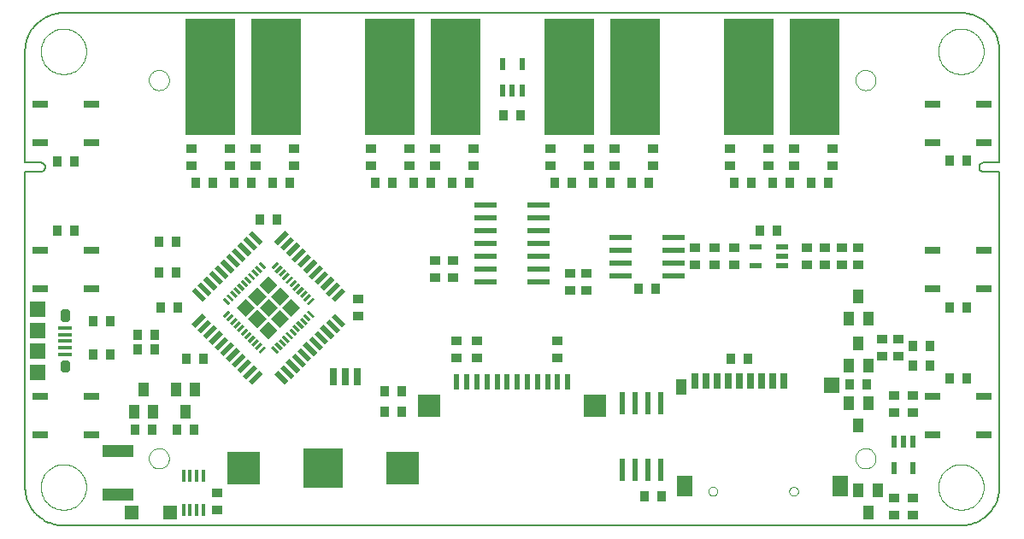
<source format=gtp>
G75*
%MOIN*%
%OFA0B0*%
%FSLAX24Y24*%
%IPPOS*%
%LPD*%
%AMOC8*
5,1,8,0,0,1.08239X$1,22.5*
%
%ADD10C,0.0050*%
%ADD11C,0.0000*%
%ADD12R,0.0276X0.0669*%
%ADD13R,0.0472X0.0217*%
%ADD14R,0.0400X0.0370*%
%ADD15R,0.0217X0.0472*%
%ADD16R,0.0370X0.0400*%
%ADD17R,0.0870X0.0240*%
%ADD18R,0.1969X0.4567*%
%ADD19R,0.0600X0.0300*%
%ADD20R,0.0551X0.0551*%
%ADD21R,0.0531X0.0157*%
%ADD22C,0.0281*%
%ADD23R,0.0610X0.0648*%
%ADD24R,0.0610X0.0591*%
%ADD25R,0.1560X0.1560*%
%ADD26R,0.1250X0.1250*%
%ADD27R,0.0236X0.0866*%
%ADD28R,0.0315X0.0118*%
%ADD29R,0.0500X0.0500*%
%ADD30R,0.0300X0.0600*%
%ADD31R,0.0400X0.0600*%
%ADD32R,0.0600X0.0800*%
%ADD33R,0.0600X0.0600*%
%ADD34R,0.0394X0.0551*%
%ADD35R,0.0197X0.0591*%
%ADD36R,0.0866X0.0866*%
%ADD37R,0.0591X0.0197*%
%ADD38R,0.0138X0.0472*%
%ADD39R,0.1200X0.0500*%
D10*
X017760Y016393D02*
X052760Y016393D01*
X052836Y016395D01*
X052912Y016401D01*
X052987Y016410D01*
X053062Y016424D01*
X053136Y016441D01*
X053209Y016462D01*
X053281Y016486D01*
X053352Y016515D01*
X053421Y016546D01*
X053488Y016581D01*
X053553Y016620D01*
X053617Y016662D01*
X053678Y016707D01*
X053737Y016755D01*
X053793Y016806D01*
X053847Y016860D01*
X053898Y016916D01*
X053946Y016975D01*
X053991Y017036D01*
X054033Y017100D01*
X054072Y017165D01*
X054107Y017232D01*
X054138Y017301D01*
X054167Y017372D01*
X054191Y017444D01*
X054212Y017517D01*
X054229Y017591D01*
X054243Y017666D01*
X054252Y017741D01*
X054258Y017817D01*
X054260Y017893D01*
X054260Y030200D01*
X053649Y030200D01*
X053649Y030201D02*
X053624Y030203D01*
X053599Y030208D01*
X053575Y030217D01*
X053553Y030229D01*
X053533Y030244D01*
X053515Y030262D01*
X053500Y030282D01*
X053488Y030304D01*
X053479Y030328D01*
X053474Y030353D01*
X053472Y030378D01*
X053474Y030403D01*
X053479Y030428D01*
X053488Y030452D01*
X053500Y030474D01*
X053515Y030494D01*
X053533Y030512D01*
X053553Y030527D01*
X053575Y030539D01*
X053599Y030548D01*
X053624Y030553D01*
X053649Y030555D01*
X054260Y030555D01*
X054260Y034893D01*
X054258Y034969D01*
X054252Y035045D01*
X054243Y035120D01*
X054229Y035195D01*
X054212Y035269D01*
X054191Y035342D01*
X054167Y035414D01*
X054138Y035485D01*
X054107Y035554D01*
X054072Y035621D01*
X054033Y035686D01*
X053991Y035750D01*
X053946Y035811D01*
X053898Y035870D01*
X053847Y035926D01*
X053793Y035980D01*
X053737Y036031D01*
X053678Y036079D01*
X053617Y036124D01*
X053553Y036166D01*
X053488Y036205D01*
X053421Y036240D01*
X053352Y036271D01*
X053281Y036300D01*
X053209Y036324D01*
X053136Y036345D01*
X053062Y036362D01*
X052987Y036376D01*
X052912Y036385D01*
X052836Y036391D01*
X052760Y036393D01*
X017760Y036393D01*
X017684Y036391D01*
X017608Y036385D01*
X017533Y036376D01*
X017458Y036362D01*
X017384Y036345D01*
X017311Y036324D01*
X017239Y036300D01*
X017168Y036271D01*
X017099Y036240D01*
X017032Y036205D01*
X016967Y036166D01*
X016903Y036124D01*
X016842Y036079D01*
X016783Y036031D01*
X016727Y035980D01*
X016673Y035926D01*
X016622Y035870D01*
X016574Y035811D01*
X016529Y035750D01*
X016487Y035686D01*
X016448Y035621D01*
X016413Y035554D01*
X016382Y035485D01*
X016353Y035414D01*
X016329Y035342D01*
X016308Y035269D01*
X016291Y035195D01*
X016277Y035120D01*
X016268Y035045D01*
X016262Y034969D01*
X016260Y034893D01*
X016260Y030555D01*
X016870Y030555D01*
X016895Y030553D01*
X016920Y030548D01*
X016944Y030539D01*
X016966Y030527D01*
X016986Y030512D01*
X017004Y030494D01*
X017019Y030474D01*
X017031Y030452D01*
X017040Y030428D01*
X017045Y030403D01*
X017047Y030378D01*
X017045Y030353D01*
X017040Y030328D01*
X017031Y030304D01*
X017019Y030282D01*
X017004Y030262D01*
X016986Y030244D01*
X016966Y030229D01*
X016944Y030217D01*
X016920Y030208D01*
X016895Y030203D01*
X016870Y030201D01*
X016870Y030200D02*
X016260Y030200D01*
X016260Y017893D01*
X016262Y017817D01*
X016268Y017741D01*
X016277Y017666D01*
X016291Y017591D01*
X016308Y017517D01*
X016329Y017444D01*
X016353Y017372D01*
X016382Y017301D01*
X016413Y017232D01*
X016448Y017165D01*
X016487Y017100D01*
X016529Y017036D01*
X016574Y016975D01*
X016622Y016916D01*
X016673Y016860D01*
X016727Y016806D01*
X016783Y016755D01*
X016842Y016707D01*
X016903Y016662D01*
X016967Y016620D01*
X017032Y016581D01*
X017099Y016546D01*
X017168Y016515D01*
X017239Y016486D01*
X017311Y016462D01*
X017384Y016441D01*
X017458Y016424D01*
X017533Y016410D01*
X017608Y016401D01*
X017684Y016395D01*
X017760Y016393D01*
D11*
X016874Y017893D02*
X016876Y017952D01*
X016882Y018011D01*
X016892Y018069D01*
X016905Y018127D01*
X016923Y018184D01*
X016944Y018239D01*
X016969Y018293D01*
X016998Y018345D01*
X017030Y018394D01*
X017065Y018442D01*
X017103Y018487D01*
X017144Y018530D01*
X017188Y018570D01*
X017234Y018606D01*
X017283Y018640D01*
X017334Y018670D01*
X017387Y018697D01*
X017442Y018720D01*
X017497Y018739D01*
X017555Y018755D01*
X017613Y018767D01*
X017671Y018775D01*
X017730Y018779D01*
X017790Y018779D01*
X017849Y018775D01*
X017907Y018767D01*
X017965Y018755D01*
X018023Y018739D01*
X018078Y018720D01*
X018133Y018697D01*
X018186Y018670D01*
X018237Y018640D01*
X018286Y018606D01*
X018332Y018570D01*
X018376Y018530D01*
X018417Y018487D01*
X018455Y018442D01*
X018490Y018394D01*
X018522Y018345D01*
X018551Y018293D01*
X018576Y018239D01*
X018597Y018184D01*
X018615Y018127D01*
X018628Y018069D01*
X018638Y018011D01*
X018644Y017952D01*
X018646Y017893D01*
X018644Y017834D01*
X018638Y017775D01*
X018628Y017717D01*
X018615Y017659D01*
X018597Y017602D01*
X018576Y017547D01*
X018551Y017493D01*
X018522Y017441D01*
X018490Y017392D01*
X018455Y017344D01*
X018417Y017299D01*
X018376Y017256D01*
X018332Y017216D01*
X018286Y017180D01*
X018237Y017146D01*
X018186Y017116D01*
X018133Y017089D01*
X018078Y017066D01*
X018023Y017047D01*
X017965Y017031D01*
X017907Y017019D01*
X017849Y017011D01*
X017790Y017007D01*
X017730Y017007D01*
X017671Y017011D01*
X017613Y017019D01*
X017555Y017031D01*
X017497Y017047D01*
X017442Y017066D01*
X017387Y017089D01*
X017334Y017116D01*
X017283Y017146D01*
X017234Y017180D01*
X017188Y017216D01*
X017144Y017256D01*
X017103Y017299D01*
X017065Y017344D01*
X017030Y017392D01*
X016998Y017441D01*
X016969Y017493D01*
X016944Y017547D01*
X016923Y017602D01*
X016905Y017659D01*
X016892Y017717D01*
X016882Y017775D01*
X016876Y017834D01*
X016874Y017893D01*
X021086Y019011D02*
X021088Y019050D01*
X021094Y019089D01*
X021104Y019127D01*
X021117Y019164D01*
X021134Y019199D01*
X021154Y019233D01*
X021178Y019264D01*
X021205Y019293D01*
X021234Y019319D01*
X021266Y019342D01*
X021300Y019362D01*
X021336Y019378D01*
X021373Y019390D01*
X021412Y019399D01*
X021451Y019404D01*
X021490Y019405D01*
X021529Y019402D01*
X021568Y019395D01*
X021605Y019384D01*
X021642Y019370D01*
X021677Y019352D01*
X021710Y019331D01*
X021741Y019306D01*
X021769Y019279D01*
X021794Y019249D01*
X021816Y019216D01*
X021835Y019182D01*
X021850Y019146D01*
X021862Y019108D01*
X021870Y019070D01*
X021874Y019031D01*
X021874Y018991D01*
X021870Y018952D01*
X021862Y018914D01*
X021850Y018876D01*
X021835Y018840D01*
X021816Y018806D01*
X021794Y018773D01*
X021769Y018743D01*
X021741Y018716D01*
X021710Y018691D01*
X021677Y018670D01*
X021642Y018652D01*
X021605Y018638D01*
X021568Y018627D01*
X021529Y018620D01*
X021490Y018617D01*
X021451Y018618D01*
X021412Y018623D01*
X021373Y018632D01*
X021336Y018644D01*
X021300Y018660D01*
X021266Y018680D01*
X021234Y018703D01*
X021205Y018729D01*
X021178Y018758D01*
X021154Y018789D01*
X021134Y018823D01*
X021117Y018858D01*
X021104Y018895D01*
X021094Y018933D01*
X021088Y018972D01*
X021086Y019011D01*
X021086Y033775D02*
X021088Y033814D01*
X021094Y033853D01*
X021104Y033891D01*
X021117Y033928D01*
X021134Y033963D01*
X021154Y033997D01*
X021178Y034028D01*
X021205Y034057D01*
X021234Y034083D01*
X021266Y034106D01*
X021300Y034126D01*
X021336Y034142D01*
X021373Y034154D01*
X021412Y034163D01*
X021451Y034168D01*
X021490Y034169D01*
X021529Y034166D01*
X021568Y034159D01*
X021605Y034148D01*
X021642Y034134D01*
X021677Y034116D01*
X021710Y034095D01*
X021741Y034070D01*
X021769Y034043D01*
X021794Y034013D01*
X021816Y033980D01*
X021835Y033946D01*
X021850Y033910D01*
X021862Y033872D01*
X021870Y033834D01*
X021874Y033795D01*
X021874Y033755D01*
X021870Y033716D01*
X021862Y033678D01*
X021850Y033640D01*
X021835Y033604D01*
X021816Y033570D01*
X021794Y033537D01*
X021769Y033507D01*
X021741Y033480D01*
X021710Y033455D01*
X021677Y033434D01*
X021642Y033416D01*
X021605Y033402D01*
X021568Y033391D01*
X021529Y033384D01*
X021490Y033381D01*
X021451Y033382D01*
X021412Y033387D01*
X021373Y033396D01*
X021336Y033408D01*
X021300Y033424D01*
X021266Y033444D01*
X021234Y033467D01*
X021205Y033493D01*
X021178Y033522D01*
X021154Y033553D01*
X021134Y033587D01*
X021117Y033622D01*
X021104Y033659D01*
X021094Y033697D01*
X021088Y033736D01*
X021086Y033775D01*
X016874Y034893D02*
X016876Y034952D01*
X016882Y035011D01*
X016892Y035069D01*
X016905Y035127D01*
X016923Y035184D01*
X016944Y035239D01*
X016969Y035293D01*
X016998Y035345D01*
X017030Y035394D01*
X017065Y035442D01*
X017103Y035487D01*
X017144Y035530D01*
X017188Y035570D01*
X017234Y035606D01*
X017283Y035640D01*
X017334Y035670D01*
X017387Y035697D01*
X017442Y035720D01*
X017497Y035739D01*
X017555Y035755D01*
X017613Y035767D01*
X017671Y035775D01*
X017730Y035779D01*
X017790Y035779D01*
X017849Y035775D01*
X017907Y035767D01*
X017965Y035755D01*
X018023Y035739D01*
X018078Y035720D01*
X018133Y035697D01*
X018186Y035670D01*
X018237Y035640D01*
X018286Y035606D01*
X018332Y035570D01*
X018376Y035530D01*
X018417Y035487D01*
X018455Y035442D01*
X018490Y035394D01*
X018522Y035345D01*
X018551Y035293D01*
X018576Y035239D01*
X018597Y035184D01*
X018615Y035127D01*
X018628Y035069D01*
X018638Y035011D01*
X018644Y034952D01*
X018646Y034893D01*
X018644Y034834D01*
X018638Y034775D01*
X018628Y034717D01*
X018615Y034659D01*
X018597Y034602D01*
X018576Y034547D01*
X018551Y034493D01*
X018522Y034441D01*
X018490Y034392D01*
X018455Y034344D01*
X018417Y034299D01*
X018376Y034256D01*
X018332Y034216D01*
X018286Y034180D01*
X018237Y034146D01*
X018186Y034116D01*
X018133Y034089D01*
X018078Y034066D01*
X018023Y034047D01*
X017965Y034031D01*
X017907Y034019D01*
X017849Y034011D01*
X017790Y034007D01*
X017730Y034007D01*
X017671Y034011D01*
X017613Y034019D01*
X017555Y034031D01*
X017497Y034047D01*
X017442Y034066D01*
X017387Y034089D01*
X017334Y034116D01*
X017283Y034146D01*
X017234Y034180D01*
X017188Y034216D01*
X017144Y034256D01*
X017103Y034299D01*
X017065Y034344D01*
X017030Y034392D01*
X016998Y034441D01*
X016969Y034493D01*
X016944Y034547D01*
X016923Y034602D01*
X016905Y034659D01*
X016892Y034717D01*
X016882Y034775D01*
X016876Y034834D01*
X016874Y034893D01*
X042911Y017729D02*
X042913Y017755D01*
X042919Y017781D01*
X042928Y017805D01*
X042941Y017828D01*
X042958Y017848D01*
X042977Y017866D01*
X042999Y017881D01*
X043022Y017892D01*
X043047Y017900D01*
X043073Y017904D01*
X043099Y017904D01*
X043125Y017900D01*
X043150Y017892D01*
X043174Y017881D01*
X043195Y017866D01*
X043214Y017848D01*
X043231Y017828D01*
X043244Y017805D01*
X043253Y017781D01*
X043259Y017755D01*
X043261Y017729D01*
X043259Y017703D01*
X043253Y017677D01*
X043244Y017653D01*
X043231Y017630D01*
X043214Y017610D01*
X043195Y017592D01*
X043173Y017577D01*
X043150Y017566D01*
X043125Y017558D01*
X043099Y017554D01*
X043073Y017554D01*
X043047Y017558D01*
X043022Y017566D01*
X042998Y017577D01*
X042977Y017592D01*
X042958Y017610D01*
X042941Y017630D01*
X042928Y017653D01*
X042919Y017677D01*
X042913Y017703D01*
X042911Y017729D01*
X046060Y017729D02*
X046062Y017755D01*
X046068Y017781D01*
X046077Y017805D01*
X046090Y017828D01*
X046107Y017848D01*
X046126Y017866D01*
X046148Y017881D01*
X046171Y017892D01*
X046196Y017900D01*
X046222Y017904D01*
X046248Y017904D01*
X046274Y017900D01*
X046299Y017892D01*
X046323Y017881D01*
X046344Y017866D01*
X046363Y017848D01*
X046380Y017828D01*
X046393Y017805D01*
X046402Y017781D01*
X046408Y017755D01*
X046410Y017729D01*
X046408Y017703D01*
X046402Y017677D01*
X046393Y017653D01*
X046380Y017630D01*
X046363Y017610D01*
X046344Y017592D01*
X046322Y017577D01*
X046299Y017566D01*
X046274Y017558D01*
X046248Y017554D01*
X046222Y017554D01*
X046196Y017558D01*
X046171Y017566D01*
X046147Y017577D01*
X046126Y017592D01*
X046107Y017610D01*
X046090Y017630D01*
X046077Y017653D01*
X046068Y017677D01*
X046062Y017703D01*
X046060Y017729D01*
X048645Y019011D02*
X048647Y019050D01*
X048653Y019089D01*
X048663Y019127D01*
X048676Y019164D01*
X048693Y019199D01*
X048713Y019233D01*
X048737Y019264D01*
X048764Y019293D01*
X048793Y019319D01*
X048825Y019342D01*
X048859Y019362D01*
X048895Y019378D01*
X048932Y019390D01*
X048971Y019399D01*
X049010Y019404D01*
X049049Y019405D01*
X049088Y019402D01*
X049127Y019395D01*
X049164Y019384D01*
X049201Y019370D01*
X049236Y019352D01*
X049269Y019331D01*
X049300Y019306D01*
X049328Y019279D01*
X049353Y019249D01*
X049375Y019216D01*
X049394Y019182D01*
X049409Y019146D01*
X049421Y019108D01*
X049429Y019070D01*
X049433Y019031D01*
X049433Y018991D01*
X049429Y018952D01*
X049421Y018914D01*
X049409Y018876D01*
X049394Y018840D01*
X049375Y018806D01*
X049353Y018773D01*
X049328Y018743D01*
X049300Y018716D01*
X049269Y018691D01*
X049236Y018670D01*
X049201Y018652D01*
X049164Y018638D01*
X049127Y018627D01*
X049088Y018620D01*
X049049Y018617D01*
X049010Y018618D01*
X048971Y018623D01*
X048932Y018632D01*
X048895Y018644D01*
X048859Y018660D01*
X048825Y018680D01*
X048793Y018703D01*
X048764Y018729D01*
X048737Y018758D01*
X048713Y018789D01*
X048693Y018823D01*
X048676Y018858D01*
X048663Y018895D01*
X048653Y018933D01*
X048647Y018972D01*
X048645Y019011D01*
X051874Y017893D02*
X051876Y017952D01*
X051882Y018011D01*
X051892Y018069D01*
X051905Y018127D01*
X051923Y018184D01*
X051944Y018239D01*
X051969Y018293D01*
X051998Y018345D01*
X052030Y018394D01*
X052065Y018442D01*
X052103Y018487D01*
X052144Y018530D01*
X052188Y018570D01*
X052234Y018606D01*
X052283Y018640D01*
X052334Y018670D01*
X052387Y018697D01*
X052442Y018720D01*
X052497Y018739D01*
X052555Y018755D01*
X052613Y018767D01*
X052671Y018775D01*
X052730Y018779D01*
X052790Y018779D01*
X052849Y018775D01*
X052907Y018767D01*
X052965Y018755D01*
X053023Y018739D01*
X053078Y018720D01*
X053133Y018697D01*
X053186Y018670D01*
X053237Y018640D01*
X053286Y018606D01*
X053332Y018570D01*
X053376Y018530D01*
X053417Y018487D01*
X053455Y018442D01*
X053490Y018394D01*
X053522Y018345D01*
X053551Y018293D01*
X053576Y018239D01*
X053597Y018184D01*
X053615Y018127D01*
X053628Y018069D01*
X053638Y018011D01*
X053644Y017952D01*
X053646Y017893D01*
X053644Y017834D01*
X053638Y017775D01*
X053628Y017717D01*
X053615Y017659D01*
X053597Y017602D01*
X053576Y017547D01*
X053551Y017493D01*
X053522Y017441D01*
X053490Y017392D01*
X053455Y017344D01*
X053417Y017299D01*
X053376Y017256D01*
X053332Y017216D01*
X053286Y017180D01*
X053237Y017146D01*
X053186Y017116D01*
X053133Y017089D01*
X053078Y017066D01*
X053023Y017047D01*
X052965Y017031D01*
X052907Y017019D01*
X052849Y017011D01*
X052790Y017007D01*
X052730Y017007D01*
X052671Y017011D01*
X052613Y017019D01*
X052555Y017031D01*
X052497Y017047D01*
X052442Y017066D01*
X052387Y017089D01*
X052334Y017116D01*
X052283Y017146D01*
X052234Y017180D01*
X052188Y017216D01*
X052144Y017256D01*
X052103Y017299D01*
X052065Y017344D01*
X052030Y017392D01*
X051998Y017441D01*
X051969Y017493D01*
X051944Y017547D01*
X051923Y017602D01*
X051905Y017659D01*
X051892Y017717D01*
X051882Y017775D01*
X051876Y017834D01*
X051874Y017893D01*
X048645Y033775D02*
X048647Y033814D01*
X048653Y033853D01*
X048663Y033891D01*
X048676Y033928D01*
X048693Y033963D01*
X048713Y033997D01*
X048737Y034028D01*
X048764Y034057D01*
X048793Y034083D01*
X048825Y034106D01*
X048859Y034126D01*
X048895Y034142D01*
X048932Y034154D01*
X048971Y034163D01*
X049010Y034168D01*
X049049Y034169D01*
X049088Y034166D01*
X049127Y034159D01*
X049164Y034148D01*
X049201Y034134D01*
X049236Y034116D01*
X049269Y034095D01*
X049300Y034070D01*
X049328Y034043D01*
X049353Y034013D01*
X049375Y033980D01*
X049394Y033946D01*
X049409Y033910D01*
X049421Y033872D01*
X049429Y033834D01*
X049433Y033795D01*
X049433Y033755D01*
X049429Y033716D01*
X049421Y033678D01*
X049409Y033640D01*
X049394Y033604D01*
X049375Y033570D01*
X049353Y033537D01*
X049328Y033507D01*
X049300Y033480D01*
X049269Y033455D01*
X049236Y033434D01*
X049201Y033416D01*
X049164Y033402D01*
X049127Y033391D01*
X049088Y033384D01*
X049049Y033381D01*
X049010Y033382D01*
X048971Y033387D01*
X048932Y033396D01*
X048895Y033408D01*
X048859Y033424D01*
X048825Y033444D01*
X048793Y033467D01*
X048764Y033493D01*
X048737Y033522D01*
X048713Y033553D01*
X048693Y033587D01*
X048676Y033622D01*
X048663Y033659D01*
X048653Y033697D01*
X048647Y033736D01*
X048645Y033775D01*
X051874Y034893D02*
X051876Y034952D01*
X051882Y035011D01*
X051892Y035069D01*
X051905Y035127D01*
X051923Y035184D01*
X051944Y035239D01*
X051969Y035293D01*
X051998Y035345D01*
X052030Y035394D01*
X052065Y035442D01*
X052103Y035487D01*
X052144Y035530D01*
X052188Y035570D01*
X052234Y035606D01*
X052283Y035640D01*
X052334Y035670D01*
X052387Y035697D01*
X052442Y035720D01*
X052497Y035739D01*
X052555Y035755D01*
X052613Y035767D01*
X052671Y035775D01*
X052730Y035779D01*
X052790Y035779D01*
X052849Y035775D01*
X052907Y035767D01*
X052965Y035755D01*
X053023Y035739D01*
X053078Y035720D01*
X053133Y035697D01*
X053186Y035670D01*
X053237Y035640D01*
X053286Y035606D01*
X053332Y035570D01*
X053376Y035530D01*
X053417Y035487D01*
X053455Y035442D01*
X053490Y035394D01*
X053522Y035345D01*
X053551Y035293D01*
X053576Y035239D01*
X053597Y035184D01*
X053615Y035127D01*
X053628Y035069D01*
X053638Y035011D01*
X053644Y034952D01*
X053646Y034893D01*
X053644Y034834D01*
X053638Y034775D01*
X053628Y034717D01*
X053615Y034659D01*
X053597Y034602D01*
X053576Y034547D01*
X053551Y034493D01*
X053522Y034441D01*
X053490Y034392D01*
X053455Y034344D01*
X053417Y034299D01*
X053376Y034256D01*
X053332Y034216D01*
X053286Y034180D01*
X053237Y034146D01*
X053186Y034116D01*
X053133Y034089D01*
X053078Y034066D01*
X053023Y034047D01*
X052965Y034031D01*
X052907Y034019D01*
X052849Y034011D01*
X052790Y034007D01*
X052730Y034007D01*
X052671Y034011D01*
X052613Y034019D01*
X052555Y034031D01*
X052497Y034047D01*
X052442Y034066D01*
X052387Y034089D01*
X052334Y034116D01*
X052283Y034146D01*
X052234Y034180D01*
X052188Y034216D01*
X052144Y034256D01*
X052103Y034299D01*
X052065Y034344D01*
X052030Y034392D01*
X051998Y034441D01*
X051969Y034493D01*
X051944Y034547D01*
X051923Y034602D01*
X051905Y034659D01*
X051892Y034717D01*
X051882Y034775D01*
X051876Y034834D01*
X051874Y034893D01*
D12*
X029232Y022206D03*
X028760Y022206D03*
X028287Y022206D03*
D13*
X044748Y026519D03*
X044748Y027267D03*
X045771Y027267D03*
X045771Y026893D03*
X045771Y026519D03*
D14*
X046760Y026559D03*
X047447Y026559D03*
X048103Y026559D03*
X048760Y026559D03*
X048760Y027228D03*
X048103Y027228D03*
X047447Y027228D03*
X046760Y027228D03*
X043916Y027228D03*
X043166Y027228D03*
X043166Y026559D03*
X043916Y026559D03*
X042385Y026559D03*
X042385Y027228D03*
X043760Y030434D03*
X043760Y031103D03*
X045260Y031103D03*
X045260Y030434D03*
X046260Y030434D03*
X046260Y031103D03*
X047760Y031103D03*
X047760Y030434D03*
X040760Y030434D03*
X040760Y031103D03*
X039260Y031103D03*
X038260Y031103D03*
X038260Y030434D03*
X039260Y030434D03*
X036760Y030434D03*
X036760Y031103D03*
X033760Y031103D03*
X033760Y030434D03*
X032260Y030434D03*
X032260Y031103D03*
X031260Y031103D03*
X031260Y030434D03*
X029760Y030434D03*
X029760Y031103D03*
X026760Y031103D03*
X026760Y030434D03*
X025260Y030434D03*
X024260Y030434D03*
X024260Y031103D03*
X025260Y031103D03*
X022760Y031103D03*
X022760Y030434D03*
X029260Y025228D03*
X029260Y024559D03*
X032260Y026059D03*
X032960Y026059D03*
X032960Y026728D03*
X032260Y026728D03*
X033094Y023603D03*
X033882Y023603D03*
X033882Y022934D03*
X033094Y022934D03*
X037031Y022934D03*
X037031Y023603D03*
X037510Y025559D03*
X038135Y025559D03*
X038135Y026228D03*
X037510Y026228D03*
X049697Y023665D03*
X050322Y023665D03*
X050322Y022996D03*
X049697Y022996D03*
X050135Y021478D03*
X050884Y021478D03*
X050884Y020809D03*
X050135Y020809D03*
X050135Y017478D03*
X050885Y017478D03*
X050885Y016809D03*
X050135Y016809D03*
X023760Y017007D03*
X023760Y017677D03*
D15*
X034885Y033381D03*
X035260Y033381D03*
X035634Y033381D03*
X035634Y034405D03*
X034885Y034405D03*
X050135Y019655D03*
X050510Y019655D03*
X050884Y019655D03*
X050884Y018631D03*
X050135Y018631D03*
D16*
X049094Y021893D03*
X048425Y021893D03*
X050884Y022643D03*
X051553Y022643D03*
X052325Y022143D03*
X052994Y022143D03*
X051553Y023393D03*
X050884Y023393D03*
X052325Y024893D03*
X052994Y024893D03*
X047594Y029768D03*
X046925Y029768D03*
X046094Y029768D03*
X045425Y029768D03*
X044594Y029768D03*
X043925Y029768D03*
X044925Y027893D03*
X045594Y027893D03*
X040844Y025643D03*
X040175Y025643D03*
X043775Y022893D03*
X044444Y022893D03*
X041094Y017543D03*
X040425Y017543D03*
X030957Y020831D03*
X030287Y020831D03*
X030287Y021643D03*
X030957Y021643D03*
X023219Y022893D03*
X022550Y022893D03*
X021313Y023275D03*
X021313Y023849D03*
X020644Y023849D03*
X020644Y023275D03*
X019594Y023081D03*
X018925Y023081D03*
X018925Y024361D03*
X019594Y024361D03*
X021550Y024893D03*
X022219Y024893D03*
X022157Y026268D03*
X021487Y026268D03*
X021487Y027456D03*
X022157Y027456D03*
X022925Y029768D03*
X023594Y029768D03*
X024425Y029768D03*
X025094Y029768D03*
X025925Y029768D03*
X026594Y029768D03*
X026094Y028331D03*
X025425Y028331D03*
X029925Y029768D03*
X030594Y029768D03*
X031425Y029768D03*
X032094Y029768D03*
X032925Y029768D03*
X033594Y029768D03*
X036925Y029768D03*
X037594Y029768D03*
X038425Y029768D03*
X039094Y029768D03*
X039925Y029768D03*
X040594Y029768D03*
X035594Y032393D03*
X034925Y032393D03*
X018194Y030593D03*
X017525Y030593D03*
X017525Y027893D03*
X018194Y027893D03*
X020550Y020143D03*
X021219Y020143D03*
X022175Y020143D03*
X022844Y020143D03*
X052325Y030643D03*
X052994Y030643D03*
D17*
X041540Y027643D03*
X041540Y027143D03*
X041540Y026643D03*
X041540Y026143D03*
X039480Y026143D03*
X039480Y026643D03*
X039480Y027143D03*
X039480Y027643D03*
X036290Y027393D03*
X036290Y026893D03*
X036290Y026393D03*
X036290Y025893D03*
X034230Y025893D03*
X034230Y026393D03*
X034230Y026893D03*
X034230Y027393D03*
X034230Y027893D03*
X034230Y028393D03*
X034230Y028893D03*
X036290Y028893D03*
X036290Y028393D03*
X036290Y027893D03*
D18*
X037480Y033893D03*
X040039Y033893D03*
X044480Y033893D03*
X047039Y033893D03*
X033039Y033893D03*
X030480Y033893D03*
X026039Y033893D03*
X023480Y033893D03*
D19*
X018860Y032843D03*
X016860Y032843D03*
X016860Y031343D03*
X018860Y031343D03*
X018860Y027143D03*
X016860Y027143D03*
X016860Y025643D03*
X018860Y025643D03*
X018860Y021443D03*
X016860Y021443D03*
X016860Y019943D03*
X018860Y019943D03*
X051660Y019943D03*
X051660Y021443D03*
X053660Y021443D03*
X053660Y019943D03*
X053660Y025643D03*
X053660Y027143D03*
X051660Y027143D03*
X051660Y025643D03*
X051660Y031343D03*
X051660Y032843D03*
X053660Y032843D03*
X053660Y031343D03*
D20*
X021914Y016893D03*
X020418Y016893D03*
D21*
X017823Y023081D03*
X017823Y023337D03*
X017823Y023593D03*
X017823Y023849D03*
X017823Y024105D03*
D22*
X017776Y024472D02*
X017776Y024684D01*
X017870Y024684D01*
X017870Y024472D01*
X017776Y024472D01*
X017776Y022715D02*
X017776Y022503D01*
X017776Y022715D02*
X017870Y022715D01*
X017870Y022503D01*
X017776Y022503D01*
D23*
X016760Y022364D03*
X016760Y024823D03*
D24*
X016760Y023987D03*
X016760Y023200D03*
D25*
X027885Y018643D03*
D26*
X030985Y018643D03*
X024785Y018643D03*
D27*
X039535Y018557D03*
X040035Y018557D03*
X040535Y018557D03*
X041035Y018557D03*
X041035Y021179D03*
X040535Y021179D03*
X040035Y021179D03*
X039535Y021179D03*
D28*
G36*
X027333Y024795D02*
X027554Y024574D01*
X027471Y024491D01*
X027250Y024712D01*
X027333Y024795D01*
G37*
G36*
X027194Y024656D02*
X027415Y024435D01*
X027332Y024352D01*
X027111Y024573D01*
X027194Y024656D01*
G37*
G36*
X027055Y024516D02*
X027276Y024295D01*
X027193Y024212D01*
X026972Y024433D01*
X027055Y024516D01*
G37*
G36*
X026915Y024377D02*
X027136Y024156D01*
X027053Y024073D01*
X026832Y024294D01*
X026915Y024377D01*
G37*
G36*
X026776Y024238D02*
X026997Y024017D01*
X026914Y023934D01*
X026693Y024155D01*
X026776Y024238D01*
G37*
G36*
X026775Y023795D02*
X026554Y024016D01*
X026637Y024099D01*
X026858Y023878D01*
X026775Y023795D01*
G37*
G36*
X026636Y023656D02*
X026415Y023877D01*
X026498Y023960D01*
X026719Y023739D01*
X026636Y023656D01*
G37*
G36*
X026497Y023516D02*
X026276Y023737D01*
X026359Y023820D01*
X026580Y023599D01*
X026497Y023516D01*
G37*
G36*
X026357Y023377D02*
X026136Y023598D01*
X026219Y023681D01*
X026440Y023460D01*
X026357Y023377D01*
G37*
G36*
X026218Y023238D02*
X025997Y023459D01*
X026080Y023542D01*
X026301Y023321D01*
X026218Y023238D01*
G37*
G36*
X026079Y023099D02*
X025858Y023320D01*
X025941Y023403D01*
X026162Y023182D01*
X026079Y023099D01*
G37*
G36*
X025661Y023320D02*
X025440Y023099D01*
X025357Y023182D01*
X025578Y023403D01*
X025661Y023320D01*
G37*
G36*
X025522Y023459D02*
X025301Y023238D01*
X025218Y023321D01*
X025439Y023542D01*
X025522Y023459D01*
G37*
G36*
X025383Y023598D02*
X025162Y023377D01*
X025079Y023460D01*
X025300Y023681D01*
X025383Y023598D01*
G37*
G36*
X025243Y023737D02*
X025022Y023516D01*
X024939Y023599D01*
X025160Y023820D01*
X025243Y023737D01*
G37*
G36*
X025104Y023877D02*
X024883Y023656D01*
X024800Y023739D01*
X025021Y023960D01*
X025104Y023877D01*
G37*
G36*
X024661Y023878D02*
X024882Y024099D01*
X024965Y024016D01*
X024744Y023795D01*
X024661Y023878D01*
G37*
G36*
X024522Y024017D02*
X024743Y024238D01*
X024826Y024155D01*
X024605Y023934D01*
X024522Y024017D01*
G37*
G36*
X024383Y024156D02*
X024604Y024377D01*
X024687Y024294D01*
X024466Y024073D01*
X024383Y024156D01*
G37*
G36*
X024243Y024295D02*
X024464Y024516D01*
X024547Y024433D01*
X024326Y024212D01*
X024243Y024295D01*
G37*
G36*
X024104Y024435D02*
X024325Y024656D01*
X024408Y024573D01*
X024187Y024352D01*
X024104Y024435D01*
G37*
G36*
X023965Y024574D02*
X024186Y024795D01*
X024269Y024712D01*
X024048Y024491D01*
X023965Y024574D01*
G37*
G36*
X024186Y024992D02*
X023965Y025213D01*
X024048Y025296D01*
X024269Y025075D01*
X024186Y024992D01*
G37*
G36*
X024325Y025131D02*
X024104Y025352D01*
X024187Y025435D01*
X024408Y025214D01*
X024325Y025131D01*
G37*
G36*
X024464Y025270D02*
X024243Y025491D01*
X024326Y025574D01*
X024547Y025353D01*
X024464Y025270D01*
G37*
G36*
X024604Y025409D02*
X024383Y025630D01*
X024466Y025713D01*
X024687Y025492D01*
X024604Y025409D01*
G37*
G36*
X024743Y025549D02*
X024522Y025770D01*
X024605Y025853D01*
X024826Y025632D01*
X024743Y025549D01*
G37*
G36*
X024744Y025992D02*
X024965Y025771D01*
X024882Y025688D01*
X024661Y025909D01*
X024744Y025992D01*
G37*
G36*
X024883Y026131D02*
X025104Y025910D01*
X025021Y025827D01*
X024800Y026048D01*
X024883Y026131D01*
G37*
G36*
X025022Y026270D02*
X025243Y026049D01*
X025160Y025966D01*
X024939Y026187D01*
X025022Y026270D01*
G37*
G36*
X025162Y026409D02*
X025383Y026188D01*
X025300Y026105D01*
X025079Y026326D01*
X025162Y026409D01*
G37*
G36*
X025301Y026549D02*
X025522Y026328D01*
X025439Y026245D01*
X025218Y026466D01*
X025301Y026549D01*
G37*
G36*
X025440Y026688D02*
X025661Y026467D01*
X025578Y026384D01*
X025357Y026605D01*
X025440Y026688D01*
G37*
G36*
X025858Y026467D02*
X026079Y026688D01*
X026162Y026605D01*
X025941Y026384D01*
X025858Y026467D01*
G37*
G36*
X025997Y026328D02*
X026218Y026549D01*
X026301Y026466D01*
X026080Y026245D01*
X025997Y026328D01*
G37*
G36*
X026136Y026188D02*
X026357Y026409D01*
X026440Y026326D01*
X026219Y026105D01*
X026136Y026188D01*
G37*
G36*
X026276Y026049D02*
X026497Y026270D01*
X026580Y026187D01*
X026359Y025966D01*
X026276Y026049D01*
G37*
G36*
X026415Y025910D02*
X026636Y026131D01*
X026719Y026048D01*
X026498Y025827D01*
X026415Y025910D01*
G37*
G36*
X026858Y025909D02*
X026637Y025688D01*
X026554Y025771D01*
X026775Y025992D01*
X026858Y025909D01*
G37*
G36*
X026997Y025770D02*
X026776Y025549D01*
X026693Y025632D01*
X026914Y025853D01*
X026997Y025770D01*
G37*
G36*
X027136Y025630D02*
X026915Y025409D01*
X026832Y025492D01*
X027053Y025713D01*
X027136Y025630D01*
G37*
G36*
X027276Y025491D02*
X027055Y025270D01*
X026972Y025353D01*
X027193Y025574D01*
X027276Y025491D01*
G37*
G36*
X027415Y025352D02*
X027194Y025131D01*
X027111Y025214D01*
X027332Y025435D01*
X027415Y025352D01*
G37*
G36*
X027554Y025213D02*
X027333Y024992D01*
X027250Y025075D01*
X027471Y025296D01*
X027554Y025213D01*
G37*
D29*
G36*
X026996Y024893D02*
X026643Y024540D01*
X026290Y024893D01*
X026643Y025246D01*
X026996Y024893D01*
G37*
G36*
X026554Y024451D02*
X026201Y024098D01*
X025848Y024451D01*
X026201Y024804D01*
X026554Y024451D01*
G37*
G36*
X026113Y024009D02*
X025760Y023656D01*
X025407Y024009D01*
X025760Y024362D01*
X026113Y024009D01*
G37*
G36*
X025671Y024451D02*
X025318Y024098D01*
X024965Y024451D01*
X025318Y024804D01*
X025671Y024451D01*
G37*
G36*
X026113Y024893D02*
X025760Y024540D01*
X025407Y024893D01*
X025760Y025246D01*
X026113Y024893D01*
G37*
G36*
X026554Y025335D02*
X026201Y024982D01*
X025848Y025335D01*
X026201Y025688D01*
X026554Y025335D01*
G37*
G36*
X026113Y025777D02*
X025760Y025424D01*
X025407Y025777D01*
X025760Y026130D01*
X026113Y025777D01*
G37*
G36*
X025671Y025335D02*
X025318Y024982D01*
X024965Y025335D01*
X025318Y025688D01*
X025671Y025335D01*
G37*
G36*
X025229Y024893D02*
X024876Y024540D01*
X024523Y024893D01*
X024876Y025246D01*
X025229Y024893D01*
G37*
D30*
X042377Y022020D03*
X042810Y022020D03*
X043243Y022020D03*
X043676Y022020D03*
X044110Y022020D03*
X044543Y022020D03*
X044976Y022020D03*
X045409Y022020D03*
X045842Y022020D03*
D31*
X041847Y021784D03*
D32*
X041984Y017937D03*
X048047Y017937D03*
D33*
X047724Y021866D03*
D34*
X048385Y022648D03*
X049134Y022648D03*
X048760Y023514D03*
X049134Y024460D03*
X048385Y024460D03*
X048760Y025326D03*
X049134Y021175D03*
X048385Y021175D03*
X048760Y020309D03*
X048760Y017759D03*
X049509Y017759D03*
X049135Y016893D03*
X022884Y021701D03*
X022135Y021701D03*
X022510Y020835D03*
X021259Y020835D03*
X020510Y020835D03*
X020885Y021701D03*
D35*
G36*
X023308Y025255D02*
X023170Y025117D01*
X022754Y025533D01*
X022892Y025671D01*
X023308Y025255D01*
G37*
G36*
X023531Y025478D02*
X023393Y025340D01*
X022977Y025756D01*
X023115Y025894D01*
X023531Y025478D01*
G37*
G36*
X023754Y025701D02*
X023616Y025563D01*
X023200Y025979D01*
X023338Y026117D01*
X023754Y025701D01*
G37*
G36*
X023976Y025924D02*
X023838Y025786D01*
X023422Y026202D01*
X023560Y026340D01*
X023976Y025924D01*
G37*
G36*
X024199Y026146D02*
X024061Y026008D01*
X023645Y026424D01*
X023783Y026562D01*
X024199Y026146D01*
G37*
G36*
X024422Y026369D02*
X024284Y026231D01*
X023868Y026647D01*
X024006Y026785D01*
X024422Y026369D01*
G37*
G36*
X024645Y026592D02*
X024507Y026454D01*
X024091Y026870D01*
X024229Y027008D01*
X024645Y026592D01*
G37*
G36*
X024867Y026814D02*
X024729Y026676D01*
X024313Y027092D01*
X024451Y027230D01*
X024867Y026814D01*
G37*
G36*
X025090Y027037D02*
X024952Y026899D01*
X024536Y027315D01*
X024674Y027453D01*
X025090Y027037D01*
G37*
G36*
X025313Y027260D02*
X025175Y027122D01*
X024759Y027538D01*
X024897Y027676D01*
X025313Y027260D01*
G37*
G36*
X025535Y027483D02*
X025397Y027345D01*
X024981Y027761D01*
X025119Y027899D01*
X025535Y027483D01*
G37*
G36*
X028765Y024253D02*
X028627Y024115D01*
X028211Y024531D01*
X028349Y024669D01*
X028765Y024253D01*
G37*
G36*
X028542Y024030D02*
X028404Y023892D01*
X027988Y024308D01*
X028126Y024446D01*
X028542Y024030D01*
G37*
G36*
X028319Y023808D02*
X028181Y023670D01*
X027765Y024086D01*
X027903Y024224D01*
X028319Y023808D01*
G37*
G36*
X028097Y023585D02*
X027959Y023447D01*
X027543Y023863D01*
X027681Y024001D01*
X028097Y023585D01*
G37*
G36*
X027874Y023362D02*
X027736Y023224D01*
X027320Y023640D01*
X027458Y023778D01*
X027874Y023362D01*
G37*
G36*
X027651Y023140D02*
X027513Y023002D01*
X027097Y023418D01*
X027235Y023556D01*
X027651Y023140D01*
G37*
G36*
X027428Y022917D02*
X027290Y022779D01*
X026874Y023195D01*
X027012Y023333D01*
X027428Y022917D01*
G37*
G36*
X027206Y022694D02*
X027068Y022556D01*
X026652Y022972D01*
X026790Y023110D01*
X027206Y022694D01*
G37*
G36*
X026983Y022472D02*
X026845Y022334D01*
X026429Y022750D01*
X026567Y022888D01*
X026983Y022472D01*
G37*
G36*
X026760Y022249D02*
X026622Y022111D01*
X026206Y022527D01*
X026344Y022665D01*
X026760Y022249D01*
G37*
G36*
X026538Y022026D02*
X026400Y021888D01*
X025984Y022304D01*
X026122Y022442D01*
X026538Y022026D01*
G37*
X033094Y021985D03*
X033488Y021985D03*
X033882Y021985D03*
X034275Y021985D03*
X034669Y021985D03*
X035063Y021985D03*
X035456Y021985D03*
X035850Y021985D03*
X036244Y021985D03*
X036637Y021985D03*
X037031Y021985D03*
X037425Y021985D03*
D36*
X038488Y021080D03*
X032031Y021080D03*
D37*
G36*
X028765Y025533D02*
X028349Y025117D01*
X028211Y025255D01*
X028627Y025671D01*
X028765Y025533D01*
G37*
G36*
X028542Y025756D02*
X028126Y025340D01*
X027988Y025478D01*
X028404Y025894D01*
X028542Y025756D01*
G37*
G36*
X028319Y025979D02*
X027903Y025563D01*
X027765Y025701D01*
X028181Y026117D01*
X028319Y025979D01*
G37*
G36*
X028097Y026202D02*
X027681Y025786D01*
X027543Y025924D01*
X027959Y026340D01*
X028097Y026202D01*
G37*
G36*
X027874Y026424D02*
X027458Y026008D01*
X027320Y026146D01*
X027736Y026562D01*
X027874Y026424D01*
G37*
G36*
X027651Y026647D02*
X027235Y026231D01*
X027097Y026369D01*
X027513Y026785D01*
X027651Y026647D01*
G37*
G36*
X027428Y026870D02*
X027012Y026454D01*
X026874Y026592D01*
X027290Y027008D01*
X027428Y026870D01*
G37*
G36*
X027206Y027092D02*
X026790Y026676D01*
X026652Y026814D01*
X027068Y027230D01*
X027206Y027092D01*
G37*
G36*
X026983Y027315D02*
X026567Y026899D01*
X026429Y027037D01*
X026845Y027453D01*
X026983Y027315D01*
G37*
G36*
X026760Y027538D02*
X026344Y027122D01*
X026206Y027260D01*
X026622Y027676D01*
X026760Y027538D01*
G37*
G36*
X026538Y027761D02*
X026122Y027345D01*
X025984Y027483D01*
X026400Y027899D01*
X026538Y027761D01*
G37*
G36*
X023308Y024531D02*
X022892Y024115D01*
X022754Y024253D01*
X023170Y024669D01*
X023308Y024531D01*
G37*
G36*
X023531Y024308D02*
X023115Y023892D01*
X022977Y024030D01*
X023393Y024446D01*
X023531Y024308D01*
G37*
G36*
X023754Y024086D02*
X023338Y023670D01*
X023200Y023808D01*
X023616Y024224D01*
X023754Y024086D01*
G37*
G36*
X023976Y023863D02*
X023560Y023447D01*
X023422Y023585D01*
X023838Y024001D01*
X023976Y023863D01*
G37*
G36*
X024199Y023640D02*
X023783Y023224D01*
X023645Y023362D01*
X024061Y023778D01*
X024199Y023640D01*
G37*
G36*
X024422Y023418D02*
X024006Y023002D01*
X023868Y023140D01*
X024284Y023556D01*
X024422Y023418D01*
G37*
G36*
X024645Y023195D02*
X024229Y022779D01*
X024091Y022917D01*
X024507Y023333D01*
X024645Y023195D01*
G37*
G36*
X024867Y022972D02*
X024451Y022556D01*
X024313Y022694D01*
X024729Y023110D01*
X024867Y022972D01*
G37*
G36*
X025090Y022750D02*
X024674Y022334D01*
X024536Y022472D01*
X024952Y022888D01*
X025090Y022750D01*
G37*
G36*
X025313Y022527D02*
X024897Y022111D01*
X024759Y022249D01*
X025175Y022665D01*
X025313Y022527D01*
G37*
G36*
X025535Y022304D02*
X025119Y021888D01*
X024981Y022026D01*
X025397Y022442D01*
X025535Y022304D01*
G37*
D38*
X023206Y018346D03*
X022950Y018346D03*
X022694Y018346D03*
X022438Y018346D03*
X022438Y017007D03*
X022694Y017007D03*
X022950Y017007D03*
X023206Y017007D03*
D39*
X019885Y017606D03*
X019885Y019306D03*
M02*

</source>
